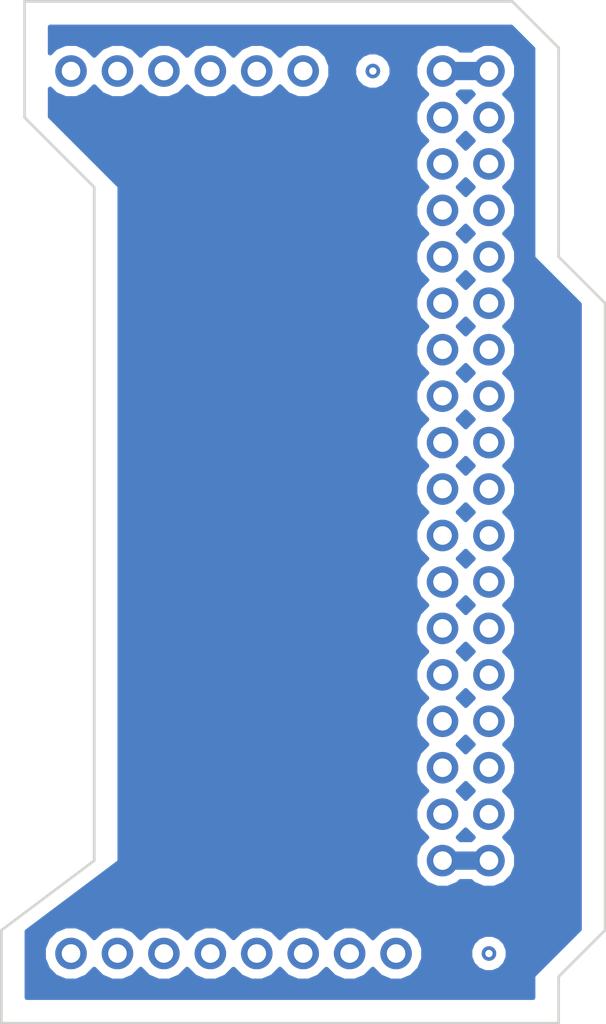
<source format=kicad_pcb>
(kicad_pcb (version 20171130) (host pcbnew "(5.0.1)-3")

  (general
    (thickness 1.6)
    (drawings 13)
    (tracks 54)
    (zones 0)
    (modules 0)
    (nets 1)
  )

  (page A4)
  (layers
    (0 F.Cu signal)
    (31 B.Cu signal)
    (32 B.Adhes user)
    (33 F.Adhes user)
    (34 B.Paste user)
    (35 F.Paste user)
    (36 B.SilkS user)
    (37 F.SilkS user)
    (38 B.Mask user)
    (39 F.Mask user)
    (40 Dwgs.User user)
    (41 Cmts.User user)
    (42 Eco1.User user)
    (43 Eco2.User user)
    (44 Edge.Cuts user)
    (45 Margin user)
    (46 B.CrtYd user)
    (47 F.CrtYd user)
    (48 B.Fab user)
    (49 F.Fab user)
  )

  (setup
    (last_trace_width 0.25)
    (trace_clearance 0.2)
    (zone_clearance 0.508)
    (zone_45_only no)
    (trace_min 0.2)
    (segment_width 0.2)
    (edge_width 0.15)
    (via_size 0.8)
    (via_drill 0.4)
    (via_min_size 0.4)
    (via_min_drill 0.3)
    (uvia_size 0.3)
    (uvia_drill 0.1)
    (uvias_allowed no)
    (uvia_min_size 0.2)
    (uvia_min_drill 0.1)
    (pcb_text_width 0.3)
    (pcb_text_size 1.5 1.5)
    (mod_edge_width 0.15)
    (mod_text_size 1 1)
    (mod_text_width 0.15)
    (pad_size 1.524 1.524)
    (pad_drill 0.762)
    (pad_to_mask_clearance 0.051)
    (solder_mask_min_width 0.25)
    (aux_axis_origin 0 0)
    (visible_elements 7FFFFFFF)
    (pcbplotparams
      (layerselection 0x010fc_ffffffff)
      (usegerberextensions false)
      (usegerberattributes false)
      (usegerberadvancedattributes false)
      (creategerberjobfile false)
      (excludeedgelayer true)
      (linewidth 0.100000)
      (plotframeref false)
      (viasonmask false)
      (mode 1)
      (useauxorigin false)
      (hpglpennumber 1)
      (hpglpenspeed 20)
      (hpglpendiameter 15.000000)
      (psnegative false)
      (psa4output false)
      (plotreference true)
      (plotvalue true)
      (plotinvisibletext false)
      (padsonsilk false)
      (subtractmaskfromsilk false)
      (outputformat 1)
      (mirror false)
      (drillshape 1)
      (scaleselection 1)
      (outputdirectory ""))
  )

  (net 0 "")

  (net_class Default "Esta Ã© a classe de net padrÃ£o."
    (clearance 0.2)
    (trace_width 0.25)
    (via_dia 0.8)
    (via_drill 0.4)
    (uvia_dia 0.3)
    (uvia_drill 0.1)
  )

  (gr_line (start 194.31 96.52) (end 194.31 90.17) (layer Edge.Cuts) (width 0.15))
  (gr_line (start 198.12 100.33) (end 194.31 96.52) (layer Edge.Cuts) (width 0.15))
  (gr_line (start 198.12 137.16) (end 198.12 100.33) (layer Edge.Cuts) (width 0.15))
  (gr_line (start 193.04 140.97) (end 198.12 137.16) (layer Edge.Cuts) (width 0.15))
  (gr_line (start 193.04 146.05) (end 193.04 140.97) (layer Edge.Cuts) (width 0.15))
  (gr_line (start 223.52 146.05) (end 193.04 146.05) (layer Edge.Cuts) (width 0.15))
  (gr_line (start 223.52 143.51) (end 223.52 146.05) (layer Edge.Cuts) (width 0.15))
  (gr_line (start 226.06 140.97) (end 223.52 143.51) (layer Edge.Cuts) (width 0.15))
  (gr_line (start 226.06 106.68) (end 226.06 140.97) (layer Edge.Cuts) (width 0.15))
  (gr_line (start 223.52 104.14) (end 226.06 106.68) (layer Edge.Cuts) (width 0.15))
  (gr_line (start 223.52 92.71) (end 223.52 104.14) (layer Edge.Cuts) (width 0.15))
  (gr_line (start 220.98 90.17) (end 223.52 92.71) (layer Edge.Cuts) (width 0.15))
  (gr_line (start 194.31 90.17) (end 220.98 90.17) (layer Edge.Cuts) (width 0.15))

  (via (at 196.85 93.98) (size 1.7272) (drill 1.016) (layers F.Cu B.Cu) (net 0))
  (via (at 199.39 93.98) (size 1.7272) (drill 1.016) (layers F.Cu B.Cu) (net 0) (tstamp 5C06D054))
  (via (at 201.93 93.98) (size 1.7272) (drill 1.016) (layers F.Cu B.Cu) (net 0) (tstamp 5C06D054))
  (via (at 204.47 93.98) (size 1.7272) (drill 1.016) (layers F.Cu B.Cu) (net 0) (tstamp 5C06D054))
  (via (at 207.01 93.98) (size 1.7272) (drill 1.016) (layers F.Cu B.Cu) (net 0) (tstamp 5C06D054))
  (via (at 209.55 93.98) (size 1.7272) (drill 1.016) (layers F.Cu B.Cu) (net 0) (tstamp 5C06D054))
  (via (at 217.17 93.98) (size 1.7272) (drill 1.016) (layers F.Cu B.Cu) (net 0) (tstamp 5C06D054))
  (via (at 219.71 93.98) (size 1.7272) (drill 1.016) (layers F.Cu B.Cu) (net 0) (tstamp 5C06D054))
  (via (at 217.17 96.52) (size 1.7272) (drill 1.016) (layers F.Cu B.Cu) (net 0) (tstamp 5C06D054))
  (via (at 219.71 96.52) (size 1.7272) (drill 1.016) (layers F.Cu B.Cu) (net 0) (tstamp 5C06D054))
  (via (at 217.17 99.06) (size 1.7272) (drill 1.016) (layers F.Cu B.Cu) (net 0) (tstamp 5C06D054))
  (via (at 219.71 99.06) (size 1.7272) (drill 1.016) (layers F.Cu B.Cu) (net 0) (tstamp 5C06D054))
  (via (at 217.17 101.6) (size 1.7272) (drill 1.016) (layers F.Cu B.Cu) (net 0) (tstamp 5C06D054))
  (via (at 219.71 101.6) (size 1.7272) (drill 1.016) (layers F.Cu B.Cu) (net 0) (tstamp 5C06D054))
  (via (at 217.17 104.14) (size 1.7272) (drill 1.016) (layers F.Cu B.Cu) (net 0) (tstamp 5C06D054))
  (via (at 219.71 104.14) (size 1.7272) (drill 1.016) (layers F.Cu B.Cu) (net 0) (tstamp 5C06D054))
  (via (at 217.17 106.68) (size 1.7272) (drill 1.016) (layers F.Cu B.Cu) (net 0) (tstamp 5C06D054))
  (via (at 219.71 106.68) (size 1.7272) (drill 1.016) (layers F.Cu B.Cu) (net 0) (tstamp 5C06D054))
  (via (at 217.17 109.22) (size 1.7272) (drill 1.016) (layers F.Cu B.Cu) (net 0) (tstamp 5C06D054))
  (via (at 219.71 109.22) (size 1.7272) (drill 1.016) (layers F.Cu B.Cu) (net 0) (tstamp 5C06D054))
  (via (at 217.17 111.76) (size 1.7272) (drill 1.016) (layers F.Cu B.Cu) (net 0) (tstamp 5C06D054))
  (via (at 219.71 111.76) (size 1.7272) (drill 1.016) (layers F.Cu B.Cu) (net 0) (tstamp 5C06D054))
  (via (at 217.17 114.3) (size 1.7272) (drill 1.016) (layers F.Cu B.Cu) (net 0) (tstamp 5C06D054))
  (via (at 219.71 114.3) (size 1.7272) (drill 1.016) (layers F.Cu B.Cu) (net 0) (tstamp 5C06D054))
  (via (at 217.17 116.84) (size 1.7272) (drill 1.016) (layers F.Cu B.Cu) (net 0) (tstamp 5C06D054))
  (via (at 219.71 116.84) (size 1.7272) (drill 1.016) (layers F.Cu B.Cu) (net 0) (tstamp 5C06D054))
  (via (at 217.17 119.38) (size 1.7272) (drill 1.016) (layers F.Cu B.Cu) (net 0) (tstamp 5C06D054))
  (via (at 219.71 119.38) (size 1.7272) (drill 1.016) (layers F.Cu B.Cu) (net 0) (tstamp 5C06D054))
  (via (at 217.17 121.92) (size 1.7272) (drill 1.016) (layers F.Cu B.Cu) (net 0) (tstamp 5C06D054))
  (via (at 219.71 121.92) (size 1.7272) (drill 1.016) (layers F.Cu B.Cu) (net 0) (tstamp 5C06D054))
  (via (at 217.17 124.46) (size 1.7272) (drill 1.016) (layers F.Cu B.Cu) (net 0) (tstamp 5C06D054))
  (via (at 219.71 124.46) (size 1.7272) (drill 1.016) (layers F.Cu B.Cu) (net 0) (tstamp 5C06D054))
  (via (at 217.17 127) (size 1.7272) (drill 1.016) (layers F.Cu B.Cu) (net 0) (tstamp 5C06D054))
  (via (at 219.71 127) (size 1.7272) (drill 1.016) (layers F.Cu B.Cu) (net 0) (tstamp 5C06D054))
  (via (at 217.17 129.54) (size 1.7272) (drill 1.016) (layers F.Cu B.Cu) (net 0) (tstamp 5C06D054))
  (via (at 219.71 129.54) (size 1.7272) (drill 1.016) (layers F.Cu B.Cu) (net 0) (tstamp 5C06D054))
  (via (at 217.17 132.08) (size 1.7272) (drill 1.016) (layers F.Cu B.Cu) (net 0) (tstamp 5C06D054))
  (via (at 219.71 132.08) (size 1.7272) (drill 1.016) (layers F.Cu B.Cu) (net 0) (tstamp 5C06D054))
  (via (at 217.17 134.62) (size 1.7272) (drill 1.016) (layers F.Cu B.Cu) (net 0) (tstamp 5C06D054))
  (via (at 219.71 134.62) (size 1.7272) (drill 1.016) (layers F.Cu B.Cu) (net 0) (tstamp 5C06D054))
  (via (at 217.17 137.16) (size 1.7272) (drill 1.016) (layers F.Cu B.Cu) (net 0) (tstamp 5C06D054))
  (via (at 219.71 137.16) (size 1.7272) (drill 1.016) (layers F.Cu B.Cu) (net 0) (tstamp 5C06D054))
  (via (at 196.85 142.24) (size 1.7272) (drill 1.016) (layers F.Cu B.Cu) (net 0) (tstamp 5C06D054))
  (via (at 199.39 142.24) (size 1.7272) (drill 1.016) (layers F.Cu B.Cu) (net 0) (tstamp 5C06D054))
  (via (at 201.93 142.24) (size 1.7272) (drill 1.016) (layers F.Cu B.Cu) (net 0) (tstamp 5C06D054))
  (via (at 204.47 142.24) (size 1.7272) (drill 1.016) (layers F.Cu B.Cu) (net 0) (tstamp 5C06D054))
  (via (at 207.01 142.24) (size 1.7272) (drill 1.016) (layers F.Cu B.Cu) (net 0) (tstamp 5C06D054))
  (via (at 209.55 142.24) (size 1.7272) (drill 1.016) (layers F.Cu B.Cu) (net 0) (tstamp 5C06D054))
  (via (at 212.09 142.24) (size 1.7272) (drill 1.016) (layers F.Cu B.Cu) (net 0) (tstamp 5C06D054))
  (via (at 214.63 142.24) (size 1.7272) (drill 1.016) (layers F.Cu B.Cu) (net 0) (tstamp 5C06D054))
  (via (at 213.36 93.98) (size 0.8) (drill 0.4) (layers F.Cu B.Cu) (net 0))
  (via (at 219.71 142.24) (size 0.8) (drill 0.4) (layers F.Cu B.Cu) (net 0))
  (segment (start 217.17 93.98) (end 219.71 93.98) (width 1) (layer B.Cu) (net 0))
  (segment (start 217.17 137.16) (end 219.71 137.16) (width 1) (layer B.Cu) (net 0))

  (zone (net 0) (net_name "") (layer B.Cu) (tstamp 5C06DCE9) (hatch edge 0.508)
    (connect_pads (clearance 0.508))
    (min_thickness 0.254)
    (fill yes (arc_segments 16) (thermal_gap 0.508) (thermal_bridge_width 0.508))
    (polygon
      (pts
        (xy 220.98 91.44) (xy 222.25 92.71) (xy 222.25 104.14) (xy 224.79 106.68) (xy 224.79 140.97)
        (xy 222.25 143.51) (xy 222.25 144.78) (xy 194.31 144.78) (xy 194.31 140.97) (xy 199.39 137.16)
        (xy 199.39 100.33) (xy 195.58 96.52) (xy 195.58 91.44)
      )
    )
    (filled_polygon
      (pts
        (xy 222.123 92.762606) (xy 222.123 104.14) (xy 222.132667 104.188601) (xy 222.160197 104.229803) (xy 224.663 106.732606)
        (xy 224.663 140.917394) (xy 222.160197 143.420197) (xy 222.132667 143.461399) (xy 222.123 143.51) (xy 222.123 144.653)
        (xy 194.437 144.653) (xy 194.437 141.94191) (xy 195.3514 141.94191) (xy 195.3514 142.53809) (xy 195.579549 143.088889)
        (xy 196.001111 143.510451) (xy 196.55191 143.7386) (xy 197.14809 143.7386) (xy 197.698889 143.510451) (xy 198.12 143.08934)
        (xy 198.541111 143.510451) (xy 199.09191 143.7386) (xy 199.68809 143.7386) (xy 200.238889 143.510451) (xy 200.66 143.08934)
        (xy 201.081111 143.510451) (xy 201.63191 143.7386) (xy 202.22809 143.7386) (xy 202.778889 143.510451) (xy 203.2 143.08934)
        (xy 203.621111 143.510451) (xy 204.17191 143.7386) (xy 204.76809 143.7386) (xy 205.318889 143.510451) (xy 205.74 143.08934)
        (xy 206.161111 143.510451) (xy 206.71191 143.7386) (xy 207.30809 143.7386) (xy 207.858889 143.510451) (xy 208.28 143.08934)
        (xy 208.701111 143.510451) (xy 209.25191 143.7386) (xy 209.84809 143.7386) (xy 210.398889 143.510451) (xy 210.82 143.08934)
        (xy 211.241111 143.510451) (xy 211.79191 143.7386) (xy 212.38809 143.7386) (xy 212.938889 143.510451) (xy 213.36 143.08934)
        (xy 213.781111 143.510451) (xy 214.33191 143.7386) (xy 214.92809 143.7386) (xy 215.478889 143.510451) (xy 215.900451 143.088889)
        (xy 216.1286 142.53809) (xy 216.1286 142.034126) (xy 218.675 142.034126) (xy 218.675 142.445874) (xy 218.832569 142.82628)
        (xy 219.12372 143.117431) (xy 219.504126 143.275) (xy 219.915874 143.275) (xy 220.29628 143.117431) (xy 220.587431 142.82628)
        (xy 220.745 142.445874) (xy 220.745 142.034126) (xy 220.587431 141.65372) (xy 220.29628 141.362569) (xy 219.915874 141.205)
        (xy 219.504126 141.205) (xy 219.12372 141.362569) (xy 218.832569 141.65372) (xy 218.675 142.034126) (xy 216.1286 142.034126)
        (xy 216.1286 141.94191) (xy 215.900451 141.391111) (xy 215.478889 140.969549) (xy 214.92809 140.7414) (xy 214.33191 140.7414)
        (xy 213.781111 140.969549) (xy 213.36 141.39066) (xy 212.938889 140.969549) (xy 212.38809 140.7414) (xy 211.79191 140.7414)
        (xy 211.241111 140.969549) (xy 210.82 141.39066) (xy 210.398889 140.969549) (xy 209.84809 140.7414) (xy 209.25191 140.7414)
        (xy 208.701111 140.969549) (xy 208.28 141.39066) (xy 207.858889 140.969549) (xy 207.30809 140.7414) (xy 206.71191 140.7414)
        (xy 206.161111 140.969549) (xy 205.74 141.39066) (xy 205.318889 140.969549) (xy 204.76809 140.7414) (xy 204.17191 140.7414)
        (xy 203.621111 140.969549) (xy 203.2 141.39066) (xy 202.778889 140.969549) (xy 202.22809 140.7414) (xy 201.63191 140.7414)
        (xy 201.081111 140.969549) (xy 200.66 141.39066) (xy 200.238889 140.969549) (xy 199.68809 140.7414) (xy 199.09191 140.7414)
        (xy 198.541111 140.969549) (xy 198.12 141.39066) (xy 197.698889 140.969549) (xy 197.14809 140.7414) (xy 196.55191 140.7414)
        (xy 196.001111 140.969549) (xy 195.579549 141.391111) (xy 195.3514 141.94191) (xy 194.437 141.94191) (xy 194.437 141.0335)
        (xy 199.4662 137.2616) (xy 199.49928 137.224706) (xy 199.517 137.16) (xy 199.517 100.33) (xy 199.507333 100.281399)
        (xy 199.479803 100.240197) (xy 195.707 96.467394) (xy 195.707 94.95634) (xy 196.001111 95.250451) (xy 196.55191 95.4786)
        (xy 197.14809 95.4786) (xy 197.698889 95.250451) (xy 198.12 94.82934) (xy 198.541111 95.250451) (xy 199.09191 95.4786)
        (xy 199.68809 95.4786) (xy 200.238889 95.250451) (xy 200.66 94.82934) (xy 201.081111 95.250451) (xy 201.63191 95.4786)
        (xy 202.22809 95.4786) (xy 202.778889 95.250451) (xy 203.2 94.82934) (xy 203.621111 95.250451) (xy 204.17191 95.4786)
        (xy 204.76809 95.4786) (xy 205.318889 95.250451) (xy 205.74 94.82934) (xy 206.161111 95.250451) (xy 206.71191 95.4786)
        (xy 207.30809 95.4786) (xy 207.858889 95.250451) (xy 208.28 94.82934) (xy 208.701111 95.250451) (xy 209.25191 95.4786)
        (xy 209.84809 95.4786) (xy 210.398889 95.250451) (xy 210.820451 94.828889) (xy 211.0486 94.27809) (xy 211.0486 93.774126)
        (xy 212.325 93.774126) (xy 212.325 94.185874) (xy 212.482569 94.56628) (xy 212.77372 94.857431) (xy 213.154126 95.015)
        (xy 213.565874 95.015) (xy 213.94628 94.857431) (xy 214.237431 94.56628) (xy 214.395 94.185874) (xy 214.395 93.774126)
        (xy 214.356803 93.68191) (xy 215.6714 93.68191) (xy 215.6714 94.27809) (xy 215.899549 94.828889) (xy 216.32066 95.25)
        (xy 215.899549 95.671111) (xy 215.6714 96.22191) (xy 215.6714 96.81809) (xy 215.899549 97.368889) (xy 216.32066 97.79)
        (xy 215.899549 98.211111) (xy 215.6714 98.76191) (xy 215.6714 99.35809) (xy 215.899549 99.908889) (xy 216.32066 100.33)
        (xy 215.899549 100.751111) (xy 215.6714 101.30191) (xy 215.6714 101.89809) (xy 215.899549 102.448889) (xy 216.32066 102.87)
        (xy 215.899549 103.291111) (xy 215.6714 103.84191) (xy 215.6714 104.43809) (xy 215.899549 104.988889) (xy 216.32066 105.41)
        (xy 215.899549 105.831111) (xy 215.6714 106.38191) (xy 215.6714 106.97809) (xy 215.899549 107.528889) (xy 216.32066 107.95)
        (xy 215.899549 108.371111) (xy 215.6714 108.92191) (xy 215.6714 109.51809) (xy 215.899549 110.068889) (xy 216.32066 110.49)
        (xy 215.899549 110.911111) (xy 215.6714 111.46191) (xy 215.6714 112.05809) (xy 215.899549 112.608889) (xy 216.32066 113.03)
        (xy 215.899549 113.451111) (xy 215.6714 114.00191) (xy 215.6714 114.59809) (xy 215.899549 115.148889) (xy 216.32066 115.57)
        (xy 215.899549 115.991111) (xy 215.6714 116.54191) (xy 215.6714 117.13809) (xy 215.899549 117.688889) (xy 216.32066 118.11)
        (xy 215.899549 118.531111) (xy 215.6714 119.08191) (xy 215.6714 119.67809) (xy 215.899549 120.228889) (xy 216.32066 120.65)
        (xy 215.899549 121.071111) (xy 215.6714 121.62191) (xy 215.6714 122.21809) (xy 215.899549 122.768889) (xy 216.32066 123.19)
        (xy 215.899549 123.611111) (xy 215.6714 124.16191) (xy 215.6714 124.75809) (xy 215.899549 125.308889) (xy 216.32066 125.73)
        (xy 215.899549 126.151111) (xy 215.6714 126.70191) (xy 215.6714 127.29809) (xy 215.899549 127.848889) (xy 216.32066 128.27)
        (xy 215.899549 128.691111) (xy 215.6714 129.24191) (xy 215.6714 129.83809) (xy 215.899549 130.388889) (xy 216.32066 130.81)
        (xy 215.899549 131.231111) (xy 215.6714 131.78191) (xy 215.6714 132.37809) (xy 215.899549 132.928889) (xy 216.32066 133.35)
        (xy 215.899549 133.771111) (xy 215.6714 134.32191) (xy 215.6714 134.91809) (xy 215.899549 135.468889) (xy 216.32066 135.89)
        (xy 215.899549 136.311111) (xy 215.6714 136.86191) (xy 215.6714 137.45809) (xy 215.899549 138.008889) (xy 216.321111 138.430451)
        (xy 216.87191 138.6586) (xy 217.46809 138.6586) (xy 218.018889 138.430451) (xy 218.15434 138.295) (xy 218.72566 138.295)
        (xy 218.861111 138.430451) (xy 219.41191 138.6586) (xy 220.00809 138.6586) (xy 220.558889 138.430451) (xy 220.980451 138.008889)
        (xy 221.2086 137.45809) (xy 221.2086 136.86191) (xy 220.980451 136.311111) (xy 220.55934 135.89) (xy 220.980451 135.468889)
        (xy 221.2086 134.91809) (xy 221.2086 134.32191) (xy 220.980451 133.771111) (xy 220.55934 133.35) (xy 220.980451 132.928889)
        (xy 221.2086 132.37809) (xy 221.2086 131.78191) (xy 220.980451 131.231111) (xy 220.55934 130.81) (xy 220.980451 130.388889)
        (xy 221.2086 129.83809) (xy 221.2086 129.24191) (xy 220.980451 128.691111) (xy 220.55934 128.27) (xy 220.980451 127.848889)
        (xy 221.2086 127.29809) (xy 221.2086 126.70191) (xy 220.980451 126.151111) (xy 220.55934 125.73) (xy 220.980451 125.308889)
        (xy 221.2086 124.75809) (xy 221.2086 124.16191) (xy 220.980451 123.611111) (xy 220.55934 123.19) (xy 220.980451 122.768889)
        (xy 221.2086 122.21809) (xy 221.2086 121.62191) (xy 220.980451 121.071111) (xy 220.55934 120.65) (xy 220.980451 120.228889)
        (xy 221.2086 119.67809) (xy 221.2086 119.08191) (xy 220.980451 118.531111) (xy 220.55934 118.11) (xy 220.980451 117.688889)
        (xy 221.2086 117.13809) (xy 221.2086 116.54191) (xy 220.980451 115.991111) (xy 220.55934 115.57) (xy 220.980451 115.148889)
        (xy 221.2086 114.59809) (xy 221.2086 114.00191) (xy 220.980451 113.451111) (xy 220.55934 113.03) (xy 220.980451 112.608889)
        (xy 221.2086 112.05809) (xy 221.2086 111.46191) (xy 220.980451 110.911111) (xy 220.55934 110.49) (xy 220.980451 110.068889)
        (xy 221.2086 109.51809) (xy 221.2086 108.92191) (xy 220.980451 108.371111) (xy 220.55934 107.95) (xy 220.980451 107.528889)
        (xy 221.2086 106.97809) (xy 221.2086 106.38191) (xy 220.980451 105.831111) (xy 220.55934 105.41) (xy 220.980451 104.988889)
        (xy 221.2086 104.43809) (xy 221.2086 103.84191) (xy 220.980451 103.291111) (xy 220.55934 102.87) (xy 220.980451 102.448889)
        (xy 221.2086 101.89809) (xy 221.2086 101.30191) (xy 220.980451 100.751111) (xy 220.55934 100.33) (xy 220.980451 99.908889)
        (xy 221.2086 99.35809) (xy 221.2086 98.76191) (xy 220.980451 98.211111) (xy 220.55934 97.79) (xy 220.980451 97.368889)
        (xy 221.2086 96.81809) (xy 221.2086 96.22191) (xy 220.980451 95.671111) (xy 220.55934 95.25) (xy 220.980451 94.828889)
        (xy 221.2086 94.27809) (xy 221.2086 93.68191) (xy 220.980451 93.131111) (xy 220.558889 92.709549) (xy 220.00809 92.4814)
        (xy 219.41191 92.4814) (xy 218.861111 92.709549) (xy 218.72566 92.845) (xy 218.15434 92.845) (xy 218.018889 92.709549)
        (xy 217.46809 92.4814) (xy 216.87191 92.4814) (xy 216.321111 92.709549) (xy 215.899549 93.131111) (xy 215.6714 93.68191)
        (xy 214.356803 93.68191) (xy 214.237431 93.39372) (xy 213.94628 93.102569) (xy 213.565874 92.945) (xy 213.154126 92.945)
        (xy 212.77372 93.102569) (xy 212.482569 93.39372) (xy 212.325 93.774126) (xy 211.0486 93.774126) (xy 211.0486 93.68191)
        (xy 210.820451 93.131111) (xy 210.398889 92.709549) (xy 209.84809 92.4814) (xy 209.25191 92.4814) (xy 208.701111 92.709549)
        (xy 208.28 93.13066) (xy 207.858889 92.709549) (xy 207.30809 92.4814) (xy 206.71191 92.4814) (xy 206.161111 92.709549)
        (xy 205.74 93.13066) (xy 205.318889 92.709549) (xy 204.76809 92.4814) (xy 204.17191 92.4814) (xy 203.621111 92.709549)
        (xy 203.2 93.13066) (xy 202.778889 92.709549) (xy 202.22809 92.4814) (xy 201.63191 92.4814) (xy 201.081111 92.709549)
        (xy 200.66 93.13066) (xy 200.238889 92.709549) (xy 199.68809 92.4814) (xy 199.09191 92.4814) (xy 198.541111 92.709549)
        (xy 198.12 93.13066) (xy 197.698889 92.709549) (xy 197.14809 92.4814) (xy 196.55191 92.4814) (xy 196.001111 92.709549)
        (xy 195.707 93.00366) (xy 195.707 91.567) (xy 220.927394 91.567)
      )
    )
    (filled_polygon
      (pts
        (xy 218.86066 135.89) (xy 218.72566 136.025) (xy 218.15434 136.025) (xy 218.01934 135.89) (xy 218.44 135.46934)
      )
    )
    (filled_polygon
      (pts
        (xy 218.86066 133.35) (xy 218.44 133.77066) (xy 218.01934 133.35) (xy 218.44 132.92934)
      )
    )
    (filled_polygon
      (pts
        (xy 218.86066 130.81) (xy 218.44 131.23066) (xy 218.01934 130.81) (xy 218.44 130.38934)
      )
    )
    (filled_polygon
      (pts
        (xy 218.86066 128.27) (xy 218.44 128.69066) (xy 218.01934 128.27) (xy 218.44 127.84934)
      )
    )
    (filled_polygon
      (pts
        (xy 218.86066 125.73) (xy 218.44 126.15066) (xy 218.01934 125.73) (xy 218.44 125.30934)
      )
    )
    (filled_polygon
      (pts
        (xy 218.86066 123.19) (xy 218.44 123.61066) (xy 218.01934 123.19) (xy 218.44 122.76934)
      )
    )
    (filled_polygon
      (pts
        (xy 218.86066 120.65) (xy 218.44 121.07066) (xy 218.01934 120.65) (xy 218.44 120.22934)
      )
    )
    (filled_polygon
      (pts
        (xy 218.86066 118.11) (xy 218.44 118.53066) (xy 218.01934 118.11) (xy 218.44 117.68934)
      )
    )
    (filled_polygon
      (pts
        (xy 218.86066 115.57) (xy 218.44 115.99066) (xy 218.01934 115.57) (xy 218.44 115.14934)
      )
    )
    (filled_polygon
      (pts
        (xy 218.86066 113.03) (xy 218.44 113.45066) (xy 218.01934 113.03) (xy 218.44 112.60934)
      )
    )
    (filled_polygon
      (pts
        (xy 218.86066 110.49) (xy 218.44 110.91066) (xy 218.01934 110.49) (xy 218.44 110.06934)
      )
    )
    (filled_polygon
      (pts
        (xy 218.86066 107.95) (xy 218.44 108.37066) (xy 218.01934 107.95) (xy 218.44 107.52934)
      )
    )
    (filled_polygon
      (pts
        (xy 218.86066 105.41) (xy 218.44 105.83066) (xy 218.01934 105.41) (xy 218.44 104.98934)
      )
    )
    (filled_polygon
      (pts
        (xy 218.86066 102.87) (xy 218.44 103.29066) (xy 218.01934 102.87) (xy 218.44 102.44934)
      )
    )
    (filled_polygon
      (pts
        (xy 218.86066 100.33) (xy 218.44 100.75066) (xy 218.01934 100.33) (xy 218.44 99.90934)
      )
    )
    (filled_polygon
      (pts
        (xy 218.86066 97.79) (xy 218.44 98.21066) (xy 218.01934 97.79) (xy 218.44 97.36934)
      )
    )
    (filled_polygon
      (pts
        (xy 218.86066 95.25) (xy 218.44 95.67066) (xy 218.01934 95.25) (xy 218.15434 95.115) (xy 218.72566 95.115)
      )
    )
  )
  (zone (net 0) (net_name "") (layer B.Cu) (tstamp 0) (hatch edge 0.508)
    (connect_pads (clearance 0.508))
    (min_thickness 0.254)
    (keepout (tracks not_allowed) (vias not_allowed) (copperpour allowed))
    (fill (arc_segments 16) (thermal_gap 0.508) (thermal_bridge_width 0.508))
    (polygon
      (pts
        (xy 194.31 90.17) (xy 220.98 90.17) (xy 223.52 92.71) (xy 223.52 104.14) (xy 226.06 106.68)
        (xy 226.06 140.97) (xy 223.52 143.51) (xy 223.52 146.05) (xy 193.04 146.05) (xy 193.04 140.97)
        (xy 198.12 137.16) (xy 198.12 100.33) (xy 194.31 96.52)
      )
    )
  )
)

</source>
